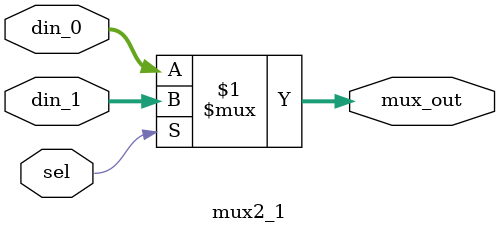
<source format=sv>
`timescale 1ns / 1ps


module mux2_1 #(parameter Word_size = 8) (
    din_0      , // Mux first input
    din_1      , // Mux Second input
    sel        , // Select input
    mux_out      // Mux output
  );
  //-----------Input Ports---------------
  input [Word_size-1:0] din_0, din_1;
  input sel ;
  //-----------Output Ports---------------
  output [Word_size-1:0] mux_out;
  //------------Internal Variables--------
  wire  [Word_size-1:0] mux_out;
  //-------------Code Start-----------------
  assign mux_out = (sel) ? din_1 : din_0;

endmodule

</source>
